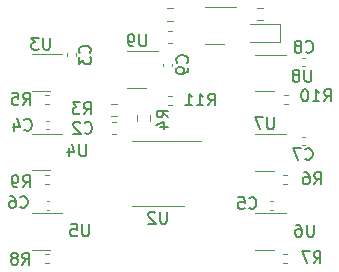
<source format=gbr>
%TF.GenerationSoftware,KiCad,Pcbnew,7.0.5*%
%TF.CreationDate,2024-01-24T02:04:37-05:00*%
%TF.ProjectId,CAMERA_ADAPTER,43414d45-5241-45f4-9144-41505445522e,rev?*%
%TF.SameCoordinates,Original*%
%TF.FileFunction,Legend,Bot*%
%TF.FilePolarity,Positive*%
%FSLAX46Y46*%
G04 Gerber Fmt 4.6, Leading zero omitted, Abs format (unit mm)*
G04 Created by KiCad (PCBNEW 7.0.5) date 2024-01-24 02:04:37*
%MOMM*%
%LPD*%
G01*
G04 APERTURE LIST*
%ADD10C,0.150000*%
%ADD11C,0.120000*%
G04 APERTURE END LIST*
D10*
%TO.C,R10*%
X164192857Y-96603440D02*
X164526190Y-96127249D01*
X164764285Y-96603440D02*
X164764285Y-95603440D01*
X164764285Y-95603440D02*
X164383333Y-95603440D01*
X164383333Y-95603440D02*
X164288095Y-95651059D01*
X164288095Y-95651059D02*
X164240476Y-95698678D01*
X164240476Y-95698678D02*
X164192857Y-95793916D01*
X164192857Y-95793916D02*
X164192857Y-95936773D01*
X164192857Y-95936773D02*
X164240476Y-96032011D01*
X164240476Y-96032011D02*
X164288095Y-96079630D01*
X164288095Y-96079630D02*
X164383333Y-96127249D01*
X164383333Y-96127249D02*
X164764285Y-96127249D01*
X163240476Y-96603440D02*
X163811904Y-96603440D01*
X163526190Y-96603440D02*
X163526190Y-95603440D01*
X163526190Y-95603440D02*
X163621428Y-95746297D01*
X163621428Y-95746297D02*
X163716666Y-95841535D01*
X163716666Y-95841535D02*
X163811904Y-95889154D01*
X162621428Y-95603440D02*
X162526190Y-95603440D01*
X162526190Y-95603440D02*
X162430952Y-95651059D01*
X162430952Y-95651059D02*
X162383333Y-95698678D01*
X162383333Y-95698678D02*
X162335714Y-95793916D01*
X162335714Y-95793916D02*
X162288095Y-95984392D01*
X162288095Y-95984392D02*
X162288095Y-96222487D01*
X162288095Y-96222487D02*
X162335714Y-96412963D01*
X162335714Y-96412963D02*
X162383333Y-96508201D01*
X162383333Y-96508201D02*
X162430952Y-96555821D01*
X162430952Y-96555821D02*
X162526190Y-96603440D01*
X162526190Y-96603440D02*
X162621428Y-96603440D01*
X162621428Y-96603440D02*
X162716666Y-96555821D01*
X162716666Y-96555821D02*
X162764285Y-96508201D01*
X162764285Y-96508201D02*
X162811904Y-96412963D01*
X162811904Y-96412963D02*
X162859523Y-96222487D01*
X162859523Y-96222487D02*
X162859523Y-95984392D01*
X162859523Y-95984392D02*
X162811904Y-95793916D01*
X162811904Y-95793916D02*
X162764285Y-95698678D01*
X162764285Y-95698678D02*
X162716666Y-95651059D01*
X162716666Y-95651059D02*
X162621428Y-95603440D01*
%TO.C,U4*%
X144061904Y-100253440D02*
X144061904Y-101062963D01*
X144061904Y-101062963D02*
X144014285Y-101158201D01*
X144014285Y-101158201D02*
X143966666Y-101205821D01*
X143966666Y-101205821D02*
X143871428Y-101253440D01*
X143871428Y-101253440D02*
X143680952Y-101253440D01*
X143680952Y-101253440D02*
X143585714Y-101205821D01*
X143585714Y-101205821D02*
X143538095Y-101158201D01*
X143538095Y-101158201D02*
X143490476Y-101062963D01*
X143490476Y-101062963D02*
X143490476Y-100253440D01*
X142585714Y-100586773D02*
X142585714Y-101253440D01*
X142823809Y-100205821D02*
X143061904Y-100920106D01*
X143061904Y-100920106D02*
X142442857Y-100920106D01*
%TO.C,R8*%
X138666666Y-110433440D02*
X138999999Y-109957249D01*
X139238094Y-110433440D02*
X139238094Y-109433440D01*
X139238094Y-109433440D02*
X138857142Y-109433440D01*
X138857142Y-109433440D02*
X138761904Y-109481059D01*
X138761904Y-109481059D02*
X138714285Y-109528678D01*
X138714285Y-109528678D02*
X138666666Y-109623916D01*
X138666666Y-109623916D02*
X138666666Y-109766773D01*
X138666666Y-109766773D02*
X138714285Y-109862011D01*
X138714285Y-109862011D02*
X138761904Y-109909630D01*
X138761904Y-109909630D02*
X138857142Y-109957249D01*
X138857142Y-109957249D02*
X139238094Y-109957249D01*
X138095237Y-109862011D02*
X138190475Y-109814392D01*
X138190475Y-109814392D02*
X138238094Y-109766773D01*
X138238094Y-109766773D02*
X138285713Y-109671535D01*
X138285713Y-109671535D02*
X138285713Y-109623916D01*
X138285713Y-109623916D02*
X138238094Y-109528678D01*
X138238094Y-109528678D02*
X138190475Y-109481059D01*
X138190475Y-109481059D02*
X138095237Y-109433440D01*
X138095237Y-109433440D02*
X137904761Y-109433440D01*
X137904761Y-109433440D02*
X137809523Y-109481059D01*
X137809523Y-109481059D02*
X137761904Y-109528678D01*
X137761904Y-109528678D02*
X137714285Y-109623916D01*
X137714285Y-109623916D02*
X137714285Y-109671535D01*
X137714285Y-109671535D02*
X137761904Y-109766773D01*
X137761904Y-109766773D02*
X137809523Y-109814392D01*
X137809523Y-109814392D02*
X137904761Y-109862011D01*
X137904761Y-109862011D02*
X138095237Y-109862011D01*
X138095237Y-109862011D02*
X138190475Y-109909630D01*
X138190475Y-109909630D02*
X138238094Y-109957249D01*
X138238094Y-109957249D02*
X138285713Y-110052487D01*
X138285713Y-110052487D02*
X138285713Y-110242963D01*
X138285713Y-110242963D02*
X138238094Y-110338201D01*
X138238094Y-110338201D02*
X138190475Y-110385821D01*
X138190475Y-110385821D02*
X138095237Y-110433440D01*
X138095237Y-110433440D02*
X137904761Y-110433440D01*
X137904761Y-110433440D02*
X137809523Y-110385821D01*
X137809523Y-110385821D02*
X137761904Y-110338201D01*
X137761904Y-110338201D02*
X137714285Y-110242963D01*
X137714285Y-110242963D02*
X137714285Y-110052487D01*
X137714285Y-110052487D02*
X137761904Y-109957249D01*
X137761904Y-109957249D02*
X137809523Y-109909630D01*
X137809523Y-109909630D02*
X137904761Y-109862011D01*
%TO.C,U7*%
X159951904Y-97968440D02*
X159951904Y-98777963D01*
X159951904Y-98777963D02*
X159904285Y-98873201D01*
X159904285Y-98873201D02*
X159856666Y-98920821D01*
X159856666Y-98920821D02*
X159761428Y-98968440D01*
X159761428Y-98968440D02*
X159570952Y-98968440D01*
X159570952Y-98968440D02*
X159475714Y-98920821D01*
X159475714Y-98920821D02*
X159428095Y-98873201D01*
X159428095Y-98873201D02*
X159380476Y-98777963D01*
X159380476Y-98777963D02*
X159380476Y-97968440D01*
X158999523Y-97968440D02*
X158332857Y-97968440D01*
X158332857Y-97968440D02*
X158761428Y-98968440D01*
%TO.C,C9*%
X152599580Y-93331954D02*
X152647200Y-93284335D01*
X152647200Y-93284335D02*
X152694819Y-93141478D01*
X152694819Y-93141478D02*
X152694819Y-93046240D01*
X152694819Y-93046240D02*
X152647200Y-92903383D01*
X152647200Y-92903383D02*
X152551961Y-92808145D01*
X152551961Y-92808145D02*
X152456723Y-92760526D01*
X152456723Y-92760526D02*
X152266247Y-92712907D01*
X152266247Y-92712907D02*
X152123390Y-92712907D01*
X152123390Y-92712907D02*
X151932914Y-92760526D01*
X151932914Y-92760526D02*
X151837676Y-92808145D01*
X151837676Y-92808145D02*
X151742438Y-92903383D01*
X151742438Y-92903383D02*
X151694819Y-93046240D01*
X151694819Y-93046240D02*
X151694819Y-93141478D01*
X151694819Y-93141478D02*
X151742438Y-93284335D01*
X151742438Y-93284335D02*
X151790057Y-93331954D01*
X152694819Y-93808145D02*
X152694819Y-93998621D01*
X152694819Y-93998621D02*
X152647200Y-94093859D01*
X152647200Y-94093859D02*
X152599580Y-94141478D01*
X152599580Y-94141478D02*
X152456723Y-94236716D01*
X152456723Y-94236716D02*
X152266247Y-94284335D01*
X152266247Y-94284335D02*
X151885295Y-94284335D01*
X151885295Y-94284335D02*
X151790057Y-94236716D01*
X151790057Y-94236716D02*
X151742438Y-94189097D01*
X151742438Y-94189097D02*
X151694819Y-94093859D01*
X151694819Y-94093859D02*
X151694819Y-93903383D01*
X151694819Y-93903383D02*
X151742438Y-93808145D01*
X151742438Y-93808145D02*
X151790057Y-93760526D01*
X151790057Y-93760526D02*
X151885295Y-93712907D01*
X151885295Y-93712907D02*
X152123390Y-93712907D01*
X152123390Y-93712907D02*
X152218628Y-93760526D01*
X152218628Y-93760526D02*
X152266247Y-93808145D01*
X152266247Y-93808145D02*
X152313866Y-93903383D01*
X152313866Y-93903383D02*
X152313866Y-94093859D01*
X152313866Y-94093859D02*
X152266247Y-94189097D01*
X152266247Y-94189097D02*
X152218628Y-94236716D01*
X152218628Y-94236716D02*
X152123390Y-94284335D01*
%TO.C,C7*%
X162606666Y-101468201D02*
X162654285Y-101515821D01*
X162654285Y-101515821D02*
X162797142Y-101563440D01*
X162797142Y-101563440D02*
X162892380Y-101563440D01*
X162892380Y-101563440D02*
X163035237Y-101515821D01*
X163035237Y-101515821D02*
X163130475Y-101420582D01*
X163130475Y-101420582D02*
X163178094Y-101325344D01*
X163178094Y-101325344D02*
X163225713Y-101134868D01*
X163225713Y-101134868D02*
X163225713Y-100992011D01*
X163225713Y-100992011D02*
X163178094Y-100801535D01*
X163178094Y-100801535D02*
X163130475Y-100706297D01*
X163130475Y-100706297D02*
X163035237Y-100611059D01*
X163035237Y-100611059D02*
X162892380Y-100563440D01*
X162892380Y-100563440D02*
X162797142Y-100563440D01*
X162797142Y-100563440D02*
X162654285Y-100611059D01*
X162654285Y-100611059D02*
X162606666Y-100658678D01*
X162273332Y-100563440D02*
X161606666Y-100563440D01*
X161606666Y-100563440D02*
X162035237Y-101563440D01*
%TO.C,R9*%
X138696666Y-103873440D02*
X139029999Y-103397249D01*
X139268094Y-103873440D02*
X139268094Y-102873440D01*
X139268094Y-102873440D02*
X138887142Y-102873440D01*
X138887142Y-102873440D02*
X138791904Y-102921059D01*
X138791904Y-102921059D02*
X138744285Y-102968678D01*
X138744285Y-102968678D02*
X138696666Y-103063916D01*
X138696666Y-103063916D02*
X138696666Y-103206773D01*
X138696666Y-103206773D02*
X138744285Y-103302011D01*
X138744285Y-103302011D02*
X138791904Y-103349630D01*
X138791904Y-103349630D02*
X138887142Y-103397249D01*
X138887142Y-103397249D02*
X139268094Y-103397249D01*
X138220475Y-103873440D02*
X138029999Y-103873440D01*
X138029999Y-103873440D02*
X137934761Y-103825821D01*
X137934761Y-103825821D02*
X137887142Y-103778201D01*
X137887142Y-103778201D02*
X137791904Y-103635344D01*
X137791904Y-103635344D02*
X137744285Y-103444868D01*
X137744285Y-103444868D02*
X137744285Y-103063916D01*
X137744285Y-103063916D02*
X137791904Y-102968678D01*
X137791904Y-102968678D02*
X137839523Y-102921059D01*
X137839523Y-102921059D02*
X137934761Y-102873440D01*
X137934761Y-102873440D02*
X138125237Y-102873440D01*
X138125237Y-102873440D02*
X138220475Y-102921059D01*
X138220475Y-102921059D02*
X138268094Y-102968678D01*
X138268094Y-102968678D02*
X138315713Y-103063916D01*
X138315713Y-103063916D02*
X138315713Y-103302011D01*
X138315713Y-103302011D02*
X138268094Y-103397249D01*
X138268094Y-103397249D02*
X138220475Y-103444868D01*
X138220475Y-103444868D02*
X138125237Y-103492487D01*
X138125237Y-103492487D02*
X137934761Y-103492487D01*
X137934761Y-103492487D02*
X137839523Y-103444868D01*
X137839523Y-103444868D02*
X137791904Y-103397249D01*
X137791904Y-103397249D02*
X137744285Y-103302011D01*
%TO.C,U3*%
X140999404Y-91233440D02*
X140999404Y-92042963D01*
X140999404Y-92042963D02*
X140951785Y-92138201D01*
X140951785Y-92138201D02*
X140904166Y-92185821D01*
X140904166Y-92185821D02*
X140808928Y-92233440D01*
X140808928Y-92233440D02*
X140618452Y-92233440D01*
X140618452Y-92233440D02*
X140523214Y-92185821D01*
X140523214Y-92185821D02*
X140475595Y-92138201D01*
X140475595Y-92138201D02*
X140427976Y-92042963D01*
X140427976Y-92042963D02*
X140427976Y-91233440D01*
X140047023Y-91233440D02*
X139427976Y-91233440D01*
X139427976Y-91233440D02*
X139761309Y-91614392D01*
X139761309Y-91614392D02*
X139618452Y-91614392D01*
X139618452Y-91614392D02*
X139523214Y-91662011D01*
X139523214Y-91662011D02*
X139475595Y-91709630D01*
X139475595Y-91709630D02*
X139427976Y-91804868D01*
X139427976Y-91804868D02*
X139427976Y-92042963D01*
X139427976Y-92042963D02*
X139475595Y-92138201D01*
X139475595Y-92138201D02*
X139523214Y-92185821D01*
X139523214Y-92185821D02*
X139618452Y-92233440D01*
X139618452Y-92233440D02*
X139904166Y-92233440D01*
X139904166Y-92233440D02*
X139999404Y-92185821D01*
X139999404Y-92185821D02*
X140047023Y-92138201D01*
%TO.C,R5*%
X138706666Y-96893440D02*
X139039999Y-96417249D01*
X139278094Y-96893440D02*
X139278094Y-95893440D01*
X139278094Y-95893440D02*
X138897142Y-95893440D01*
X138897142Y-95893440D02*
X138801904Y-95941059D01*
X138801904Y-95941059D02*
X138754285Y-95988678D01*
X138754285Y-95988678D02*
X138706666Y-96083916D01*
X138706666Y-96083916D02*
X138706666Y-96226773D01*
X138706666Y-96226773D02*
X138754285Y-96322011D01*
X138754285Y-96322011D02*
X138801904Y-96369630D01*
X138801904Y-96369630D02*
X138897142Y-96417249D01*
X138897142Y-96417249D02*
X139278094Y-96417249D01*
X137801904Y-95893440D02*
X138278094Y-95893440D01*
X138278094Y-95893440D02*
X138325713Y-96369630D01*
X138325713Y-96369630D02*
X138278094Y-96322011D01*
X138278094Y-96322011D02*
X138182856Y-96274392D01*
X138182856Y-96274392D02*
X137944761Y-96274392D01*
X137944761Y-96274392D02*
X137849523Y-96322011D01*
X137849523Y-96322011D02*
X137801904Y-96369630D01*
X137801904Y-96369630D02*
X137754285Y-96464868D01*
X137754285Y-96464868D02*
X137754285Y-96702963D01*
X137754285Y-96702963D02*
X137801904Y-96798201D01*
X137801904Y-96798201D02*
X137849523Y-96845821D01*
X137849523Y-96845821D02*
X137944761Y-96893440D01*
X137944761Y-96893440D02*
X138182856Y-96893440D01*
X138182856Y-96893440D02*
X138278094Y-96845821D01*
X138278094Y-96845821D02*
X138325713Y-96798201D01*
%TO.C,U2*%
X150891904Y-105953440D02*
X150891904Y-106762963D01*
X150891904Y-106762963D02*
X150844285Y-106858201D01*
X150844285Y-106858201D02*
X150796666Y-106905821D01*
X150796666Y-106905821D02*
X150701428Y-106953440D01*
X150701428Y-106953440D02*
X150510952Y-106953440D01*
X150510952Y-106953440D02*
X150415714Y-106905821D01*
X150415714Y-106905821D02*
X150368095Y-106858201D01*
X150368095Y-106858201D02*
X150320476Y-106762963D01*
X150320476Y-106762963D02*
X150320476Y-105953440D01*
X149891904Y-106048678D02*
X149844285Y-106001059D01*
X149844285Y-106001059D02*
X149749047Y-105953440D01*
X149749047Y-105953440D02*
X149510952Y-105953440D01*
X149510952Y-105953440D02*
X149415714Y-106001059D01*
X149415714Y-106001059D02*
X149368095Y-106048678D01*
X149368095Y-106048678D02*
X149320476Y-106143916D01*
X149320476Y-106143916D02*
X149320476Y-106239154D01*
X149320476Y-106239154D02*
X149368095Y-106382011D01*
X149368095Y-106382011D02*
X149939523Y-106953440D01*
X149939523Y-106953440D02*
X149320476Y-106953440D01*
%TO.C,R6*%
X163356666Y-103623440D02*
X163689999Y-103147249D01*
X163928094Y-103623440D02*
X163928094Y-102623440D01*
X163928094Y-102623440D02*
X163547142Y-102623440D01*
X163547142Y-102623440D02*
X163451904Y-102671059D01*
X163451904Y-102671059D02*
X163404285Y-102718678D01*
X163404285Y-102718678D02*
X163356666Y-102813916D01*
X163356666Y-102813916D02*
X163356666Y-102956773D01*
X163356666Y-102956773D02*
X163404285Y-103052011D01*
X163404285Y-103052011D02*
X163451904Y-103099630D01*
X163451904Y-103099630D02*
X163547142Y-103147249D01*
X163547142Y-103147249D02*
X163928094Y-103147249D01*
X162499523Y-102623440D02*
X162689999Y-102623440D01*
X162689999Y-102623440D02*
X162785237Y-102671059D01*
X162785237Y-102671059D02*
X162832856Y-102718678D01*
X162832856Y-102718678D02*
X162928094Y-102861535D01*
X162928094Y-102861535D02*
X162975713Y-103052011D01*
X162975713Y-103052011D02*
X162975713Y-103432963D01*
X162975713Y-103432963D02*
X162928094Y-103528201D01*
X162928094Y-103528201D02*
X162880475Y-103575821D01*
X162880475Y-103575821D02*
X162785237Y-103623440D01*
X162785237Y-103623440D02*
X162594761Y-103623440D01*
X162594761Y-103623440D02*
X162499523Y-103575821D01*
X162499523Y-103575821D02*
X162451904Y-103528201D01*
X162451904Y-103528201D02*
X162404285Y-103432963D01*
X162404285Y-103432963D02*
X162404285Y-103194868D01*
X162404285Y-103194868D02*
X162451904Y-103099630D01*
X162451904Y-103099630D02*
X162499523Y-103052011D01*
X162499523Y-103052011D02*
X162594761Y-103004392D01*
X162594761Y-103004392D02*
X162785237Y-103004392D01*
X162785237Y-103004392D02*
X162880475Y-103052011D01*
X162880475Y-103052011D02*
X162928094Y-103099630D01*
X162928094Y-103099630D02*
X162975713Y-103194868D01*
%TO.C,R4*%
X151014819Y-97961954D02*
X150538628Y-97628621D01*
X151014819Y-97390526D02*
X150014819Y-97390526D01*
X150014819Y-97390526D02*
X150014819Y-97771478D01*
X150014819Y-97771478D02*
X150062438Y-97866716D01*
X150062438Y-97866716D02*
X150110057Y-97914335D01*
X150110057Y-97914335D02*
X150205295Y-97961954D01*
X150205295Y-97961954D02*
X150348152Y-97961954D01*
X150348152Y-97961954D02*
X150443390Y-97914335D01*
X150443390Y-97914335D02*
X150491009Y-97866716D01*
X150491009Y-97866716D02*
X150538628Y-97771478D01*
X150538628Y-97771478D02*
X150538628Y-97390526D01*
X150348152Y-98819097D02*
X151014819Y-98819097D01*
X149967200Y-98581002D02*
X150681485Y-98342907D01*
X150681485Y-98342907D02*
X150681485Y-98961954D01*
%TO.C,U8*%
X163111904Y-93943440D02*
X163111904Y-94752963D01*
X163111904Y-94752963D02*
X163064285Y-94848201D01*
X163064285Y-94848201D02*
X163016666Y-94895821D01*
X163016666Y-94895821D02*
X162921428Y-94943440D01*
X162921428Y-94943440D02*
X162730952Y-94943440D01*
X162730952Y-94943440D02*
X162635714Y-94895821D01*
X162635714Y-94895821D02*
X162588095Y-94848201D01*
X162588095Y-94848201D02*
X162540476Y-94752963D01*
X162540476Y-94752963D02*
X162540476Y-93943440D01*
X161921428Y-94372011D02*
X162016666Y-94324392D01*
X162016666Y-94324392D02*
X162064285Y-94276773D01*
X162064285Y-94276773D02*
X162111904Y-94181535D01*
X162111904Y-94181535D02*
X162111904Y-94133916D01*
X162111904Y-94133916D02*
X162064285Y-94038678D01*
X162064285Y-94038678D02*
X162016666Y-93991059D01*
X162016666Y-93991059D02*
X161921428Y-93943440D01*
X161921428Y-93943440D02*
X161730952Y-93943440D01*
X161730952Y-93943440D02*
X161635714Y-93991059D01*
X161635714Y-93991059D02*
X161588095Y-94038678D01*
X161588095Y-94038678D02*
X161540476Y-94133916D01*
X161540476Y-94133916D02*
X161540476Y-94181535D01*
X161540476Y-94181535D02*
X161588095Y-94276773D01*
X161588095Y-94276773D02*
X161635714Y-94324392D01*
X161635714Y-94324392D02*
X161730952Y-94372011D01*
X161730952Y-94372011D02*
X161921428Y-94372011D01*
X161921428Y-94372011D02*
X162016666Y-94419630D01*
X162016666Y-94419630D02*
X162064285Y-94467249D01*
X162064285Y-94467249D02*
X162111904Y-94562487D01*
X162111904Y-94562487D02*
X162111904Y-94752963D01*
X162111904Y-94752963D02*
X162064285Y-94848201D01*
X162064285Y-94848201D02*
X162016666Y-94895821D01*
X162016666Y-94895821D02*
X161921428Y-94943440D01*
X161921428Y-94943440D02*
X161730952Y-94943440D01*
X161730952Y-94943440D02*
X161635714Y-94895821D01*
X161635714Y-94895821D02*
X161588095Y-94848201D01*
X161588095Y-94848201D02*
X161540476Y-94752963D01*
X161540476Y-94752963D02*
X161540476Y-94562487D01*
X161540476Y-94562487D02*
X161588095Y-94467249D01*
X161588095Y-94467249D02*
X161635714Y-94419630D01*
X161635714Y-94419630D02*
X161730952Y-94372011D01*
%TO.C,C8*%
X162656666Y-92388201D02*
X162704285Y-92435821D01*
X162704285Y-92435821D02*
X162847142Y-92483440D01*
X162847142Y-92483440D02*
X162942380Y-92483440D01*
X162942380Y-92483440D02*
X163085237Y-92435821D01*
X163085237Y-92435821D02*
X163180475Y-92340582D01*
X163180475Y-92340582D02*
X163228094Y-92245344D01*
X163228094Y-92245344D02*
X163275713Y-92054868D01*
X163275713Y-92054868D02*
X163275713Y-91912011D01*
X163275713Y-91912011D02*
X163228094Y-91721535D01*
X163228094Y-91721535D02*
X163180475Y-91626297D01*
X163180475Y-91626297D02*
X163085237Y-91531059D01*
X163085237Y-91531059D02*
X162942380Y-91483440D01*
X162942380Y-91483440D02*
X162847142Y-91483440D01*
X162847142Y-91483440D02*
X162704285Y-91531059D01*
X162704285Y-91531059D02*
X162656666Y-91578678D01*
X162085237Y-91912011D02*
X162180475Y-91864392D01*
X162180475Y-91864392D02*
X162228094Y-91816773D01*
X162228094Y-91816773D02*
X162275713Y-91721535D01*
X162275713Y-91721535D02*
X162275713Y-91673916D01*
X162275713Y-91673916D02*
X162228094Y-91578678D01*
X162228094Y-91578678D02*
X162180475Y-91531059D01*
X162180475Y-91531059D02*
X162085237Y-91483440D01*
X162085237Y-91483440D02*
X161894761Y-91483440D01*
X161894761Y-91483440D02*
X161799523Y-91531059D01*
X161799523Y-91531059D02*
X161751904Y-91578678D01*
X161751904Y-91578678D02*
X161704285Y-91673916D01*
X161704285Y-91673916D02*
X161704285Y-91721535D01*
X161704285Y-91721535D02*
X161751904Y-91816773D01*
X161751904Y-91816773D02*
X161799523Y-91864392D01*
X161799523Y-91864392D02*
X161894761Y-91912011D01*
X161894761Y-91912011D02*
X162085237Y-91912011D01*
X162085237Y-91912011D02*
X162180475Y-91959630D01*
X162180475Y-91959630D02*
X162228094Y-92007249D01*
X162228094Y-92007249D02*
X162275713Y-92102487D01*
X162275713Y-92102487D02*
X162275713Y-92292963D01*
X162275713Y-92292963D02*
X162228094Y-92388201D01*
X162228094Y-92388201D02*
X162180475Y-92435821D01*
X162180475Y-92435821D02*
X162085237Y-92483440D01*
X162085237Y-92483440D02*
X161894761Y-92483440D01*
X161894761Y-92483440D02*
X161799523Y-92435821D01*
X161799523Y-92435821D02*
X161751904Y-92388201D01*
X161751904Y-92388201D02*
X161704285Y-92292963D01*
X161704285Y-92292963D02*
X161704285Y-92102487D01*
X161704285Y-92102487D02*
X161751904Y-92007249D01*
X161751904Y-92007249D02*
X161799523Y-91959630D01*
X161799523Y-91959630D02*
X161894761Y-91912011D01*
%TO.C,C3*%
X144349580Y-92499454D02*
X144397200Y-92451835D01*
X144397200Y-92451835D02*
X144444819Y-92308978D01*
X144444819Y-92308978D02*
X144444819Y-92213740D01*
X144444819Y-92213740D02*
X144397200Y-92070883D01*
X144397200Y-92070883D02*
X144301961Y-91975645D01*
X144301961Y-91975645D02*
X144206723Y-91928026D01*
X144206723Y-91928026D02*
X144016247Y-91880407D01*
X144016247Y-91880407D02*
X143873390Y-91880407D01*
X143873390Y-91880407D02*
X143682914Y-91928026D01*
X143682914Y-91928026D02*
X143587676Y-91975645D01*
X143587676Y-91975645D02*
X143492438Y-92070883D01*
X143492438Y-92070883D02*
X143444819Y-92213740D01*
X143444819Y-92213740D02*
X143444819Y-92308978D01*
X143444819Y-92308978D02*
X143492438Y-92451835D01*
X143492438Y-92451835D02*
X143540057Y-92499454D01*
X143444819Y-92832788D02*
X143444819Y-93451835D01*
X143444819Y-93451835D02*
X143825771Y-93118502D01*
X143825771Y-93118502D02*
X143825771Y-93261359D01*
X143825771Y-93261359D02*
X143873390Y-93356597D01*
X143873390Y-93356597D02*
X143921009Y-93404216D01*
X143921009Y-93404216D02*
X144016247Y-93451835D01*
X144016247Y-93451835D02*
X144254342Y-93451835D01*
X144254342Y-93451835D02*
X144349580Y-93404216D01*
X144349580Y-93404216D02*
X144397200Y-93356597D01*
X144397200Y-93356597D02*
X144444819Y-93261359D01*
X144444819Y-93261359D02*
X144444819Y-92975645D01*
X144444819Y-92975645D02*
X144397200Y-92880407D01*
X144397200Y-92880407D02*
X144349580Y-92832788D01*
%TO.C,C2*%
X143926666Y-99248201D02*
X143974285Y-99295821D01*
X143974285Y-99295821D02*
X144117142Y-99343440D01*
X144117142Y-99343440D02*
X144212380Y-99343440D01*
X144212380Y-99343440D02*
X144355237Y-99295821D01*
X144355237Y-99295821D02*
X144450475Y-99200582D01*
X144450475Y-99200582D02*
X144498094Y-99105344D01*
X144498094Y-99105344D02*
X144545713Y-98914868D01*
X144545713Y-98914868D02*
X144545713Y-98772011D01*
X144545713Y-98772011D02*
X144498094Y-98581535D01*
X144498094Y-98581535D02*
X144450475Y-98486297D01*
X144450475Y-98486297D02*
X144355237Y-98391059D01*
X144355237Y-98391059D02*
X144212380Y-98343440D01*
X144212380Y-98343440D02*
X144117142Y-98343440D01*
X144117142Y-98343440D02*
X143974285Y-98391059D01*
X143974285Y-98391059D02*
X143926666Y-98438678D01*
X143545713Y-98438678D02*
X143498094Y-98391059D01*
X143498094Y-98391059D02*
X143402856Y-98343440D01*
X143402856Y-98343440D02*
X143164761Y-98343440D01*
X143164761Y-98343440D02*
X143069523Y-98391059D01*
X143069523Y-98391059D02*
X143021904Y-98438678D01*
X143021904Y-98438678D02*
X142974285Y-98533916D01*
X142974285Y-98533916D02*
X142974285Y-98629154D01*
X142974285Y-98629154D02*
X143021904Y-98772011D01*
X143021904Y-98772011D02*
X143593332Y-99343440D01*
X143593332Y-99343440D02*
X142974285Y-99343440D01*
%TO.C,R7*%
X163326666Y-110313440D02*
X163659999Y-109837249D01*
X163898094Y-110313440D02*
X163898094Y-109313440D01*
X163898094Y-109313440D02*
X163517142Y-109313440D01*
X163517142Y-109313440D02*
X163421904Y-109361059D01*
X163421904Y-109361059D02*
X163374285Y-109408678D01*
X163374285Y-109408678D02*
X163326666Y-109503916D01*
X163326666Y-109503916D02*
X163326666Y-109646773D01*
X163326666Y-109646773D02*
X163374285Y-109742011D01*
X163374285Y-109742011D02*
X163421904Y-109789630D01*
X163421904Y-109789630D02*
X163517142Y-109837249D01*
X163517142Y-109837249D02*
X163898094Y-109837249D01*
X162993332Y-109313440D02*
X162326666Y-109313440D01*
X162326666Y-109313440D02*
X162755237Y-110313440D01*
%TO.C,C5*%
X157856666Y-105628201D02*
X157904285Y-105675821D01*
X157904285Y-105675821D02*
X158047142Y-105723440D01*
X158047142Y-105723440D02*
X158142380Y-105723440D01*
X158142380Y-105723440D02*
X158285237Y-105675821D01*
X158285237Y-105675821D02*
X158380475Y-105580582D01*
X158380475Y-105580582D02*
X158428094Y-105485344D01*
X158428094Y-105485344D02*
X158475713Y-105294868D01*
X158475713Y-105294868D02*
X158475713Y-105152011D01*
X158475713Y-105152011D02*
X158428094Y-104961535D01*
X158428094Y-104961535D02*
X158380475Y-104866297D01*
X158380475Y-104866297D02*
X158285237Y-104771059D01*
X158285237Y-104771059D02*
X158142380Y-104723440D01*
X158142380Y-104723440D02*
X158047142Y-104723440D01*
X158047142Y-104723440D02*
X157904285Y-104771059D01*
X157904285Y-104771059D02*
X157856666Y-104818678D01*
X156951904Y-104723440D02*
X157428094Y-104723440D01*
X157428094Y-104723440D02*
X157475713Y-105199630D01*
X157475713Y-105199630D02*
X157428094Y-105152011D01*
X157428094Y-105152011D02*
X157332856Y-105104392D01*
X157332856Y-105104392D02*
X157094761Y-105104392D01*
X157094761Y-105104392D02*
X156999523Y-105152011D01*
X156999523Y-105152011D02*
X156951904Y-105199630D01*
X156951904Y-105199630D02*
X156904285Y-105294868D01*
X156904285Y-105294868D02*
X156904285Y-105532963D01*
X156904285Y-105532963D02*
X156951904Y-105628201D01*
X156951904Y-105628201D02*
X156999523Y-105675821D01*
X156999523Y-105675821D02*
X157094761Y-105723440D01*
X157094761Y-105723440D02*
X157332856Y-105723440D01*
X157332856Y-105723440D02*
X157428094Y-105675821D01*
X157428094Y-105675821D02*
X157475713Y-105628201D01*
%TO.C,U9*%
X149141904Y-90943440D02*
X149141904Y-91752963D01*
X149141904Y-91752963D02*
X149094285Y-91848201D01*
X149094285Y-91848201D02*
X149046666Y-91895821D01*
X149046666Y-91895821D02*
X148951428Y-91943440D01*
X148951428Y-91943440D02*
X148760952Y-91943440D01*
X148760952Y-91943440D02*
X148665714Y-91895821D01*
X148665714Y-91895821D02*
X148618095Y-91848201D01*
X148618095Y-91848201D02*
X148570476Y-91752963D01*
X148570476Y-91752963D02*
X148570476Y-90943440D01*
X148046666Y-91943440D02*
X147856190Y-91943440D01*
X147856190Y-91943440D02*
X147760952Y-91895821D01*
X147760952Y-91895821D02*
X147713333Y-91848201D01*
X147713333Y-91848201D02*
X147618095Y-91705344D01*
X147618095Y-91705344D02*
X147570476Y-91514868D01*
X147570476Y-91514868D02*
X147570476Y-91133916D01*
X147570476Y-91133916D02*
X147618095Y-91038678D01*
X147618095Y-91038678D02*
X147665714Y-90991059D01*
X147665714Y-90991059D02*
X147760952Y-90943440D01*
X147760952Y-90943440D02*
X147951428Y-90943440D01*
X147951428Y-90943440D02*
X148046666Y-90991059D01*
X148046666Y-90991059D02*
X148094285Y-91038678D01*
X148094285Y-91038678D02*
X148141904Y-91133916D01*
X148141904Y-91133916D02*
X148141904Y-91372011D01*
X148141904Y-91372011D02*
X148094285Y-91467249D01*
X148094285Y-91467249D02*
X148046666Y-91514868D01*
X148046666Y-91514868D02*
X147951428Y-91562487D01*
X147951428Y-91562487D02*
X147760952Y-91562487D01*
X147760952Y-91562487D02*
X147665714Y-91514868D01*
X147665714Y-91514868D02*
X147618095Y-91467249D01*
X147618095Y-91467249D02*
X147570476Y-91372011D01*
%TO.C,R11*%
X154372857Y-96953440D02*
X154706190Y-96477249D01*
X154944285Y-96953440D02*
X154944285Y-95953440D01*
X154944285Y-95953440D02*
X154563333Y-95953440D01*
X154563333Y-95953440D02*
X154468095Y-96001059D01*
X154468095Y-96001059D02*
X154420476Y-96048678D01*
X154420476Y-96048678D02*
X154372857Y-96143916D01*
X154372857Y-96143916D02*
X154372857Y-96286773D01*
X154372857Y-96286773D02*
X154420476Y-96382011D01*
X154420476Y-96382011D02*
X154468095Y-96429630D01*
X154468095Y-96429630D02*
X154563333Y-96477249D01*
X154563333Y-96477249D02*
X154944285Y-96477249D01*
X153420476Y-96953440D02*
X153991904Y-96953440D01*
X153706190Y-96953440D02*
X153706190Y-95953440D01*
X153706190Y-95953440D02*
X153801428Y-96096297D01*
X153801428Y-96096297D02*
X153896666Y-96191535D01*
X153896666Y-96191535D02*
X153991904Y-96239154D01*
X152468095Y-96953440D02*
X153039523Y-96953440D01*
X152753809Y-96953440D02*
X152753809Y-95953440D01*
X152753809Y-95953440D02*
X152849047Y-96096297D01*
X152849047Y-96096297D02*
X152944285Y-96191535D01*
X152944285Y-96191535D02*
X153039523Y-96239154D01*
%TO.C,R3*%
X143856666Y-97703440D02*
X144189999Y-97227249D01*
X144428094Y-97703440D02*
X144428094Y-96703440D01*
X144428094Y-96703440D02*
X144047142Y-96703440D01*
X144047142Y-96703440D02*
X143951904Y-96751059D01*
X143951904Y-96751059D02*
X143904285Y-96798678D01*
X143904285Y-96798678D02*
X143856666Y-96893916D01*
X143856666Y-96893916D02*
X143856666Y-97036773D01*
X143856666Y-97036773D02*
X143904285Y-97132011D01*
X143904285Y-97132011D02*
X143951904Y-97179630D01*
X143951904Y-97179630D02*
X144047142Y-97227249D01*
X144047142Y-97227249D02*
X144428094Y-97227249D01*
X143523332Y-96703440D02*
X142904285Y-96703440D01*
X142904285Y-96703440D02*
X143237618Y-97084392D01*
X143237618Y-97084392D02*
X143094761Y-97084392D01*
X143094761Y-97084392D02*
X142999523Y-97132011D01*
X142999523Y-97132011D02*
X142951904Y-97179630D01*
X142951904Y-97179630D02*
X142904285Y-97274868D01*
X142904285Y-97274868D02*
X142904285Y-97512963D01*
X142904285Y-97512963D02*
X142951904Y-97608201D01*
X142951904Y-97608201D02*
X142999523Y-97655821D01*
X142999523Y-97655821D02*
X143094761Y-97703440D01*
X143094761Y-97703440D02*
X143380475Y-97703440D01*
X143380475Y-97703440D02*
X143475713Y-97655821D01*
X143475713Y-97655821D02*
X143523332Y-97608201D01*
%TO.C,C4*%
X138826666Y-98998201D02*
X138874285Y-99045821D01*
X138874285Y-99045821D02*
X139017142Y-99093440D01*
X139017142Y-99093440D02*
X139112380Y-99093440D01*
X139112380Y-99093440D02*
X139255237Y-99045821D01*
X139255237Y-99045821D02*
X139350475Y-98950582D01*
X139350475Y-98950582D02*
X139398094Y-98855344D01*
X139398094Y-98855344D02*
X139445713Y-98664868D01*
X139445713Y-98664868D02*
X139445713Y-98522011D01*
X139445713Y-98522011D02*
X139398094Y-98331535D01*
X139398094Y-98331535D02*
X139350475Y-98236297D01*
X139350475Y-98236297D02*
X139255237Y-98141059D01*
X139255237Y-98141059D02*
X139112380Y-98093440D01*
X139112380Y-98093440D02*
X139017142Y-98093440D01*
X139017142Y-98093440D02*
X138874285Y-98141059D01*
X138874285Y-98141059D02*
X138826666Y-98188678D01*
X137969523Y-98426773D02*
X137969523Y-99093440D01*
X138207618Y-98045821D02*
X138445713Y-98760106D01*
X138445713Y-98760106D02*
X137826666Y-98760106D01*
%TO.C,U6*%
X163331904Y-107053440D02*
X163331904Y-107862963D01*
X163331904Y-107862963D02*
X163284285Y-107958201D01*
X163284285Y-107958201D02*
X163236666Y-108005821D01*
X163236666Y-108005821D02*
X163141428Y-108053440D01*
X163141428Y-108053440D02*
X162950952Y-108053440D01*
X162950952Y-108053440D02*
X162855714Y-108005821D01*
X162855714Y-108005821D02*
X162808095Y-107958201D01*
X162808095Y-107958201D02*
X162760476Y-107862963D01*
X162760476Y-107862963D02*
X162760476Y-107053440D01*
X161855714Y-107053440D02*
X162046190Y-107053440D01*
X162046190Y-107053440D02*
X162141428Y-107101059D01*
X162141428Y-107101059D02*
X162189047Y-107148678D01*
X162189047Y-107148678D02*
X162284285Y-107291535D01*
X162284285Y-107291535D02*
X162331904Y-107482011D01*
X162331904Y-107482011D02*
X162331904Y-107862963D01*
X162331904Y-107862963D02*
X162284285Y-107958201D01*
X162284285Y-107958201D02*
X162236666Y-108005821D01*
X162236666Y-108005821D02*
X162141428Y-108053440D01*
X162141428Y-108053440D02*
X161950952Y-108053440D01*
X161950952Y-108053440D02*
X161855714Y-108005821D01*
X161855714Y-108005821D02*
X161808095Y-107958201D01*
X161808095Y-107958201D02*
X161760476Y-107862963D01*
X161760476Y-107862963D02*
X161760476Y-107624868D01*
X161760476Y-107624868D02*
X161808095Y-107529630D01*
X161808095Y-107529630D02*
X161855714Y-107482011D01*
X161855714Y-107482011D02*
X161950952Y-107434392D01*
X161950952Y-107434392D02*
X162141428Y-107434392D01*
X162141428Y-107434392D02*
X162236666Y-107482011D01*
X162236666Y-107482011D02*
X162284285Y-107529630D01*
X162284285Y-107529630D02*
X162331904Y-107624868D01*
%TO.C,C6*%
X138476666Y-105538201D02*
X138524285Y-105585821D01*
X138524285Y-105585821D02*
X138667142Y-105633440D01*
X138667142Y-105633440D02*
X138762380Y-105633440D01*
X138762380Y-105633440D02*
X138905237Y-105585821D01*
X138905237Y-105585821D02*
X139000475Y-105490582D01*
X139000475Y-105490582D02*
X139048094Y-105395344D01*
X139048094Y-105395344D02*
X139095713Y-105204868D01*
X139095713Y-105204868D02*
X139095713Y-105062011D01*
X139095713Y-105062011D02*
X139048094Y-104871535D01*
X139048094Y-104871535D02*
X139000475Y-104776297D01*
X139000475Y-104776297D02*
X138905237Y-104681059D01*
X138905237Y-104681059D02*
X138762380Y-104633440D01*
X138762380Y-104633440D02*
X138667142Y-104633440D01*
X138667142Y-104633440D02*
X138524285Y-104681059D01*
X138524285Y-104681059D02*
X138476666Y-104728678D01*
X137619523Y-104633440D02*
X137809999Y-104633440D01*
X137809999Y-104633440D02*
X137905237Y-104681059D01*
X137905237Y-104681059D02*
X137952856Y-104728678D01*
X137952856Y-104728678D02*
X138048094Y-104871535D01*
X138048094Y-104871535D02*
X138095713Y-105062011D01*
X138095713Y-105062011D02*
X138095713Y-105442963D01*
X138095713Y-105442963D02*
X138048094Y-105538201D01*
X138048094Y-105538201D02*
X138000475Y-105585821D01*
X138000475Y-105585821D02*
X137905237Y-105633440D01*
X137905237Y-105633440D02*
X137714761Y-105633440D01*
X137714761Y-105633440D02*
X137619523Y-105585821D01*
X137619523Y-105585821D02*
X137571904Y-105538201D01*
X137571904Y-105538201D02*
X137524285Y-105442963D01*
X137524285Y-105442963D02*
X137524285Y-105204868D01*
X137524285Y-105204868D02*
X137571904Y-105109630D01*
X137571904Y-105109630D02*
X137619523Y-105062011D01*
X137619523Y-105062011D02*
X137714761Y-105014392D01*
X137714761Y-105014392D02*
X137905237Y-105014392D01*
X137905237Y-105014392D02*
X138000475Y-105062011D01*
X138000475Y-105062011D02*
X138048094Y-105109630D01*
X138048094Y-105109630D02*
X138095713Y-105204868D01*
%TO.C,U5*%
X144291904Y-107023440D02*
X144291904Y-107832963D01*
X144291904Y-107832963D02*
X144244285Y-107928201D01*
X144244285Y-107928201D02*
X144196666Y-107975821D01*
X144196666Y-107975821D02*
X144101428Y-108023440D01*
X144101428Y-108023440D02*
X143910952Y-108023440D01*
X143910952Y-108023440D02*
X143815714Y-107975821D01*
X143815714Y-107975821D02*
X143768095Y-107928201D01*
X143768095Y-107928201D02*
X143720476Y-107832963D01*
X143720476Y-107832963D02*
X143720476Y-107023440D01*
X142768095Y-107023440D02*
X143244285Y-107023440D01*
X143244285Y-107023440D02*
X143291904Y-107499630D01*
X143291904Y-107499630D02*
X143244285Y-107452011D01*
X143244285Y-107452011D02*
X143149047Y-107404392D01*
X143149047Y-107404392D02*
X142910952Y-107404392D01*
X142910952Y-107404392D02*
X142815714Y-107452011D01*
X142815714Y-107452011D02*
X142768095Y-107499630D01*
X142768095Y-107499630D02*
X142720476Y-107594868D01*
X142720476Y-107594868D02*
X142720476Y-107832963D01*
X142720476Y-107832963D02*
X142768095Y-107928201D01*
X142768095Y-107928201D02*
X142815714Y-107975821D01*
X142815714Y-107975821D02*
X142910952Y-108023440D01*
X142910952Y-108023440D02*
X143149047Y-108023440D01*
X143149047Y-108023440D02*
X143244285Y-107975821D01*
X143244285Y-107975821D02*
X143291904Y-107928201D01*
D11*
%TO.C,R10*%
X160782379Y-96038621D02*
X161117621Y-96038621D01*
X160782379Y-96798621D02*
X161117621Y-96798621D01*
%TO.C,D1*%
X160430000Y-91543621D02*
X157970000Y-91543621D01*
X160430000Y-90073621D02*
X160430000Y-91543621D01*
X157970000Y-90073621D02*
X160430000Y-90073621D01*
%TO.C,U4*%
X140237500Y-102453621D02*
X141037500Y-102453621D01*
X140237500Y-102453621D02*
X139437500Y-102453621D01*
X140237500Y-99333621D02*
X142037500Y-99333621D01*
X140237500Y-99333621D02*
X139437500Y-99333621D01*
%TO.C,R8*%
X140937621Y-110258621D02*
X140602379Y-110258621D01*
X140937621Y-109498621D02*
X140602379Y-109498621D01*
%TO.C,U7*%
X159190000Y-102473621D02*
X159990000Y-102473621D01*
X159190000Y-102473621D02*
X158390000Y-102473621D01*
X159190000Y-99353621D02*
X160990000Y-99353621D01*
X159190000Y-99353621D02*
X158390000Y-99353621D01*
%TO.C,C9*%
X151320000Y-93415286D02*
X151320000Y-93646956D01*
X150600000Y-93415286D02*
X150600000Y-93646956D01*
%TO.C,U1*%
X154950000Y-91768621D02*
X155750000Y-91768621D01*
X154950000Y-91768621D02*
X154150000Y-91768621D01*
X154950000Y-88648621D02*
X156750000Y-88648621D01*
X154950000Y-88648621D02*
X154150000Y-88648621D01*
%TO.C,C7*%
X162324165Y-99588621D02*
X162555835Y-99588621D01*
X162324165Y-100308621D02*
X162555835Y-100308621D01*
%TO.C,R9*%
X140937621Y-103608621D02*
X140602379Y-103608621D01*
X140937621Y-102848621D02*
X140602379Y-102848621D01*
%TO.C,U3*%
X140237500Y-95738621D02*
X141037500Y-95738621D01*
X140237500Y-95738621D02*
X139437500Y-95738621D01*
X140237500Y-92618621D02*
X142037500Y-92618621D01*
X140237500Y-92618621D02*
X139437500Y-92618621D01*
%TO.C,R1*%
X150925276Y-88736121D02*
X151434724Y-88736121D01*
X150925276Y-89781121D02*
X151434724Y-89781121D01*
%TO.C,R5*%
X140937621Y-96798621D02*
X140602379Y-96798621D01*
X140937621Y-96038621D02*
X140602379Y-96038621D01*
%TO.C,U2*%
X150160000Y-105473621D02*
X152360000Y-105473621D01*
X150160000Y-105473621D02*
X147960000Y-105473621D01*
X150160000Y-100003621D02*
X153760000Y-100003621D01*
X150160000Y-100003621D02*
X147960000Y-100003621D01*
%TO.C,R6*%
X160752379Y-102838621D02*
X161087621Y-102838621D01*
X160752379Y-103598621D02*
X161087621Y-103598621D01*
%TO.C,R4*%
X149442500Y-97803897D02*
X149442500Y-98313345D01*
X148397500Y-97803897D02*
X148397500Y-98313345D01*
%TO.C,R2*%
X158495276Y-88716121D02*
X159004724Y-88716121D01*
X158495276Y-89761121D02*
X159004724Y-89761121D01*
%TO.C,U8*%
X159190000Y-95768621D02*
X159990000Y-95768621D01*
X159190000Y-95768621D02*
X158390000Y-95768621D01*
X159190000Y-92648621D02*
X160990000Y-92648621D01*
X159190000Y-92648621D02*
X158390000Y-92648621D01*
%TO.C,C1*%
X151316267Y-91678621D02*
X151023733Y-91678621D01*
X151316267Y-90658621D02*
X151023733Y-90658621D01*
%TO.C,C8*%
X162324165Y-92898621D02*
X162555835Y-92898621D01*
X162324165Y-93618621D02*
X162555835Y-93618621D01*
%TO.C,C3*%
X142470000Y-92781956D02*
X142470000Y-92550286D01*
X143190000Y-92781956D02*
X143190000Y-92550286D01*
%TO.C,C2*%
X146576267Y-99408621D02*
X146283733Y-99408621D01*
X146576267Y-98388621D02*
X146283733Y-98388621D01*
%TO.C,R7*%
X160752379Y-109528621D02*
X161087621Y-109528621D01*
X160752379Y-110288621D02*
X161087621Y-110288621D01*
%TO.C,C5*%
X159873335Y-105788621D02*
X159641665Y-105788621D01*
X159873335Y-105068621D02*
X159641665Y-105068621D01*
%TO.C,U9*%
X148330000Y-95488621D02*
X149130000Y-95488621D01*
X148330000Y-95488621D02*
X147530000Y-95488621D01*
X148330000Y-92368621D02*
X150130000Y-92368621D01*
X148330000Y-92368621D02*
X147530000Y-92368621D01*
%TO.C,R11*%
X150962379Y-96118621D02*
X151297621Y-96118621D01*
X150962379Y-96878621D02*
X151297621Y-96878621D01*
%TO.C,R3*%
X146654724Y-97871121D02*
X146145276Y-97871121D01*
X146654724Y-96826121D02*
X146145276Y-96826121D01*
%TO.C,C4*%
X140925835Y-98988621D02*
X140694165Y-98988621D01*
X140925835Y-98268621D02*
X140694165Y-98268621D01*
%TO.C,U6*%
X159190000Y-109178621D02*
X159990000Y-109178621D01*
X159190000Y-109178621D02*
X158390000Y-109178621D01*
X159190000Y-106058621D02*
X160990000Y-106058621D01*
X159190000Y-106058621D02*
X158390000Y-106058621D01*
%TO.C,C6*%
X140933335Y-105788621D02*
X140701665Y-105788621D01*
X140933335Y-105068621D02*
X140701665Y-105068621D01*
%TO.C,U5*%
X140237500Y-109158621D02*
X141037500Y-109158621D01*
X140237500Y-109158621D02*
X139437500Y-109158621D01*
X140237500Y-106038621D02*
X142037500Y-106038621D01*
X140237500Y-106038621D02*
X139437500Y-106038621D01*
%TD*%
M02*

</source>
